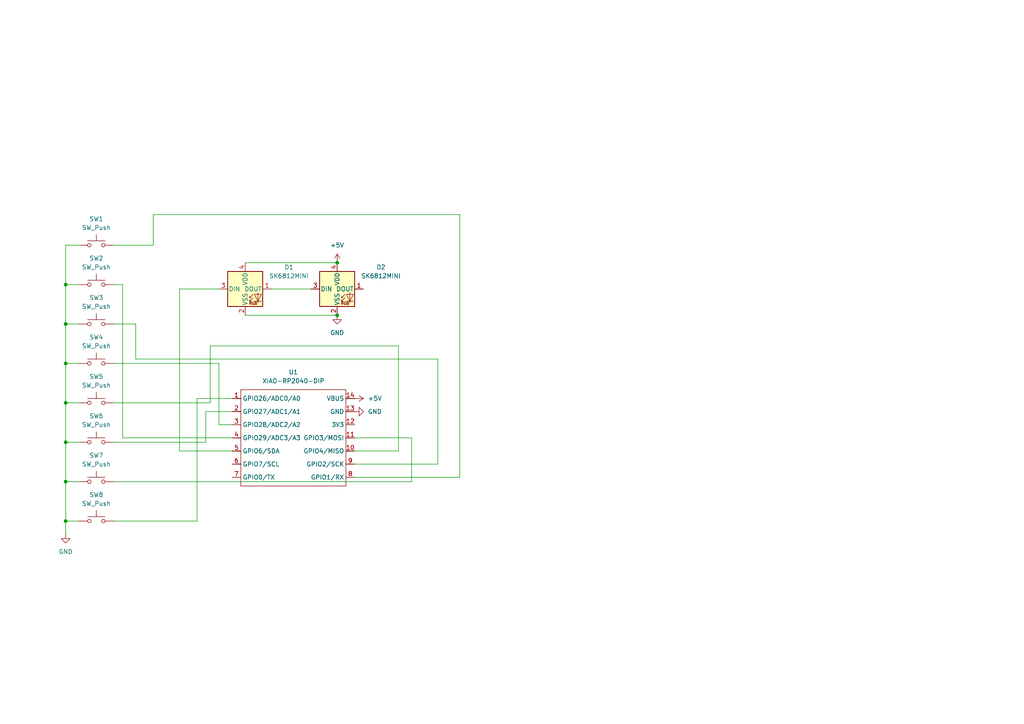
<source format=kicad_sch>
(kicad_sch (version 20231120) (generator "eeschema") (generator_version "8.0")
  (paper "A4")
  (lib_symbols
    (symbol "LED:SK6812MINI" (pin_names (offset 0.254))
      (property "Reference" "D" (at 5.08 5.715 0))
      (property "Value" "SK6812MINI" (at 1.27 -5.715 0))
      (symbol "SK6812MINI_0_0"
        (text "RGB" (at 2.286 -4.191 0) (effects (font (size 0.762 0.762))))
      )
      (symbol "SK6812MINI_0_1"
        (polyline (pts (xy 1.27 -3.556) (xy 1.778 -3.556)))
        (polyline (pts (xy 1.27 -2.54) (xy 1.778 -2.54)))
        (polyline (pts (xy 4.699 -3.556) (xy 2.667 -3.556)))
        (polyline (pts (xy 2.286 -2.54) (xy 1.27 -3.556) (xy 1.27 -3.048)))
        (polyline (pts (xy 2.286 -1.524) (xy 1.27 -2.54) (xy 1.27 -2.032)))
        (polyline (pts (xy 3.683 -1.016) (xy 3.683 -3.556) (xy 3.683 -4.064)))
        (polyline (pts (xy 4.699 -1.524) (xy 2.667 -1.524) (xy 3.683 -3.556) (xy 4.699 -1.524)))
        (rectangle (start 5.08 5.08) (end -5.08 -5.08) (stroke (width 0.254)) (fill (type background)))
      )
      (symbol "SK6812MINI_1_1"
        (pin output line (at 7.62 0 180) (length 2.54) (name "DOUT") (number "1"))
        (pin power_in line (at 0 -7.62 90) (length 2.54) (name "VSS") (number "2"))
        (pin input line (at -7.62 0 0) (length 2.54) (name "DIN") (number "3"))
        (pin power_in line (at 0 7.62 270) (length 2.54) (name "VDD") (number "4"))
      )
    )
    (symbol "OPL:XIAO-RP2040-DIP"
      (property "Reference" "U" (at 0 0 0))
      (property "Value" "XIAO-RP2040-DIP" (at 5.334 -1.778 0))
      (symbol "XIAO-RP2040-DIP_1_0"
        (polyline (pts (xy -1.27 -30.48) (xy -1.27 -16.51)) (stroke (width 0.1524)))
        (polyline (pts (xy -1.27 -27.94) (xy -2.54 -27.94)) (stroke (width 0.1524)))
        (polyline (pts (xy -1.27 -24.13) (xy -2.54 -24.13)) (stroke (width 0.1524)))
        (polyline (pts (xy -1.27 -20.32) (xy -2.54 -20.32)) (stroke (width 0.1524)))
        (polyline (pts (xy -1.27 -16.51) (xy -2.54 -16.51)) (stroke (width 0.1524)))
        (polyline (pts (xy -1.27 -16.51) (xy -1.27 -12.7)) (stroke (width 0.1524)))
        (polyline (pts (xy -1.27 -12.7) (xy -2.54 -12.7)) (stroke (width 0.1524)))
        (polyline (pts (xy -1.27 -12.7) (xy -1.27 -8.89)) (stroke (width 0.1524)))
        (polyline (pts (xy -1.27 -8.89) (xy -2.54 -8.89)) (stroke (width 0.1524)))
        (polyline (pts (xy -1.27 -8.89) (xy -1.27 -5.08)) (stroke (width 0.1524)))
        (polyline (pts (xy -1.27 -5.08) (xy -2.54 -5.08)) (stroke (width 0.1524)))
        (polyline (pts (xy -1.27 -5.08) (xy -1.27 -2.54)) (stroke (width 0.1524)))
        (polyline (pts (xy -1.27 -2.54) (xy 29.21 -2.54)) (stroke (width 0.1524)))
        (polyline (pts (xy 29.21 -30.48) (xy -1.27 -30.48)) (stroke (width 0.1524)))
        (polyline (pts (xy 29.21 -12.7) (xy 29.21 -30.48)) (stroke (width 0.1524)))
        (polyline (pts (xy 29.21 -8.89) (xy 29.21 -12.7)) (stroke (width 0.1524)))
        (polyline (pts (xy 29.21 -5.08) (xy 29.21 -8.89)) (stroke (width 0.1524)))
        (polyline (pts (xy 29.21 -2.54) (xy 29.21 -5.08)) (stroke (width 0.1524)))
        (polyline (pts (xy 30.48 -27.94) (xy 29.21 -27.94)) (stroke (width 0.1524)))
        (polyline (pts (xy 30.48 -24.13) (xy 29.21 -24.13)) (stroke (width 0.1524)))
        (polyline (pts (xy 30.48 -20.32) (xy 29.21 -20.32)) (stroke (width 0.1524)))
        (polyline (pts (xy 30.48 -16.51) (xy 29.21 -16.51)) (stroke (width 0.1524)))
        (polyline (pts (xy 30.48 -12.7) (xy 29.21 -12.7)) (stroke (width 0.1524)))
        (polyline (pts (xy 30.48 -8.89) (xy 29.21 -8.89)) (stroke (width 0.1524)))
        (polyline (pts (xy 30.48 -5.08) (xy 29.21 -5.08)) (stroke (width 0.1524)))
        (pin passive line (at -3.81 -5.08 0) (length 2.54) (name "GPIO26/ADC0/A0") (number "1"))
        (pin passive line (at 31.75 -20.32 180) (length 2.54) (name "GPIO4/MISO") (number "10"))
        (pin passive line (at 31.75 -16.51 180) (length 2.54) (name "GPIO3/MOSI") (number "11"))
        (pin passive line (at 31.75 -12.7 180) (length 2.54) (name "3V3") (number "12"))
        (pin passive line (at 31.75 -8.89 180) (length 2.54) (name "GND") (number "13"))
        (pin passive line (at 31.75 -5.08 180) (length 2.54) (name "VBUS") (number "14"))
        (pin passive line (at -3.81 -8.89 0) (length 2.54) (name "GPIO27/ADC1/A1") (number "2"))
        (pin passive line (at -3.81 -12.7 0) (length 2.54) (name "GPIO28/ADC2/A2") (number "3"))
        (pin passive line (at -3.81 -16.51 0) (length 2.54) (name "GPIO29/ADC3/A3") (number "4"))
        (pin passive line (at -3.81 -20.32 0) (length 2.54) (name "GPIO6/SDA") (number "5"))
        (pin passive line (at -3.81 -24.13 0) (length 2.54) (name "GPIO7/SCL") (number "6"))
        (pin passive line (at -3.81 -27.94 0) (length 2.54) (name "GPIO0/TX") (number "7"))
        (pin passive line (at 31.75 -27.94 180) (length 2.54) (name "GPIO1/RX") (number "8"))
        (pin passive line (at 31.75 -24.13 180) (length 2.54) (name "GPIO2/SCK") (number "9"))
      )
    )
    (symbol "Switch:SW_Push" (pin_numbers hide) (pin_names (offset 1.016) hide)
      (property "Reference" "SW" (at 1.27 2.54 0))
      (property "Value" "SW_Push" (at 0 -1.524 0))
      (symbol "SW_Push_0_1"
        (circle (center -2.032 0) (radius 0.508))
        (polyline (pts (xy 0 1.27) (xy 0 3.048)))
        (polyline (pts (xy 2.54 1.27) (xy -2.54 1.27)))
        (circle (center 2.032 0) (radius 0.508))
        (pin passive line (at -5.08 0 0) (length 2.54) (name "1") (number "1"))
        (pin passive line (at 5.08 0 180) (length 2.54) (name "2") (number "2"))
      )
    )
    (symbol "power:+5V" (power) (pin_numbers hide) (pin_names (offset 0) hide)
      (property "Value" "+5V" (at 0 3.556 0))
      (symbol "+5V_0_1"
        (polyline (pts (xy -0.762 1.27) (xy 0 2.54)))
        (polyline (pts (xy 0 0) (xy 0 2.54)))
        (polyline (pts (xy 0 2.54) (xy 0.762 1.27)))
      )
      (symbol "+5V_1_1"
        (pin power_in line (at 0 0 90) (length 0) (name "~") (number "1"))
      )
    )
    (symbol "power:GND" (power) (pin_numbers hide) (pin_names (offset 0) hide)
      (property "Value" "GND" (at 0 -3.81 0))
      (symbol "GND_0_1"
        (polyline (pts (xy 0 0) (xy 0 -1.27) (xy 1.27 -1.27) (xy 0 -2.54) (xy -1.27 -1.27) (xy 0 -1.27)))
      )
      (symbol "GND_1_1"
        (pin power_in line (at 0 0 270) (length 0) (name "~") (number "1"))
      )
    )
  )
  (junction (at 19.05 93.98))
  (junction (at 19.05 151.13))
  (junction (at 19.05 139.7))
  (junction (at 19.05 116.84))
  (junction (at 97.79 76.2))
  (junction (at 19.05 82.55))
  (junction (at 97.79 91.44))
  (junction (at 19.05 128.27))
  (junction (at 19.05 105.41))
  (wire (pts (xy 67.31 130.81) (xy 52.07 130.81)))
  (wire (pts (xy 127 104.14) (xy 39.37 104.14)))
  (wire (pts (xy 44.45 71.12) (xy 33.02 71.12)))
  (wire (pts (xy 44.45 62.23) (xy 44.45 71.12)))
  (wire (pts (xy 115.57 100.33) (xy 115.57 130.81)))
  (wire (pts (xy 57.15 115.57) (xy 67.31 115.57)))
  (wire (pts (xy 133.35 138.43) (xy 133.35 62.23)))
  (wire (pts (xy 102.87 127) (xy 119.38 127)))
  (wire (pts (xy 19.05 105.41) (xy 19.05 93.98)))
  (wire (pts (xy 60.96 116.84) (xy 60.96 100.33)))
  (wire (pts (xy 71.12 76.2) (xy 97.79 76.2)))
  (wire (pts (xy 63.5 105.41) (xy 63.5 123.19)))
  (wire (pts (xy 102.87 134.62) (xy 127 134.62)))
  (wire (pts (xy 71.12 91.44) (xy 97.79 91.44)))
  (wire (pts (xy 60.96 100.33) (xy 115.57 100.33)))
  (wire (pts (xy 19.05 71.12) (xy 22.86 71.12)))
  (wire (pts (xy 19.05 151.13) (xy 19.05 139.7)))
  (wire (pts (xy 63.5 123.19) (xy 67.31 123.19)))
  (wire (pts (xy 59.69 119.38) (xy 67.31 119.38)))
  (wire (pts (xy 19.05 93.98) (xy 22.86 93.98)))
  (wire (pts (xy 19.05 82.55) (xy 22.86 82.55)))
  (wire (pts (xy 19.05 128.27) (xy 19.05 116.84)))
  (wire (pts (xy 115.57 130.81) (xy 102.87 130.81)))
  (wire (pts (xy 33.02 82.55) (xy 35.56 82.55)))
  (wire (pts (xy 102.87 138.43) (xy 133.35 138.43)))
  (wire (pts (xy 133.35 62.23) (xy 44.45 62.23)))
  (wire (pts (xy 39.37 93.98) (xy 33.02 93.98)))
  (wire (pts (xy 35.56 127) (xy 67.31 127)))
  (wire (pts (xy 19.05 105.41) (xy 22.86 105.41)))
  (wire (pts (xy 33.02 116.84) (xy 60.96 116.84)))
  (wire (pts (xy 78.74 83.82) (xy 90.17 83.82)))
  (wire (pts (xy 57.15 151.13) (xy 57.15 115.57)))
  (wire (pts (xy 19.05 93.98) (xy 19.05 82.55)))
  (wire (pts (xy 119.38 139.7) (xy 33.02 139.7)))
  (wire (pts (xy 19.05 116.84) (xy 19.05 105.41)))
  (wire (pts (xy 33.02 105.41) (xy 63.5 105.41)))
  (wire (pts (xy 33.02 128.27) (xy 59.69 128.27)))
  (wire (pts (xy 52.07 130.81) (xy 52.07 83.82)))
  (wire (pts (xy 35.56 82.55) (xy 35.56 127)))
  (wire (pts (xy 19.05 154.94) (xy 19.05 151.13)))
  (wire (pts (xy 127 134.62) (xy 127 104.14)))
  (wire (pts (xy 19.05 139.7) (xy 19.05 128.27)))
  (wire (pts (xy 19.05 82.55) (xy 19.05 71.12)))
  (wire (pts (xy 19.05 116.84) (xy 22.86 116.84)))
  (wire (pts (xy 19.05 139.7) (xy 22.86 139.7)))
  (wire (pts (xy 39.37 104.14) (xy 39.37 93.98)))
  (wire (pts (xy 19.05 151.13) (xy 22.86 151.13)))
  (wire (pts (xy 19.05 128.27) (xy 22.86 128.27)))
  (wire (pts (xy 119.38 127) (xy 119.38 139.7)))
  (wire (pts (xy 33.02 151.13) (xy 57.15 151.13)))
  (wire (pts (xy 59.69 128.27) (xy 59.69 119.38)))
  (wire (pts (xy 52.07 83.82) (xy 63.5 83.82)))
  (symbol (lib_id "Switch:SW_Push") (at 27.94 151.13 0) (unit 1)
    (property "Reference" "SW8" (at 27.94 143.51 0))
    (property "Value" "SW_Push" (at 27.94 146.05 0))
    (property "Footprint" "Button_Switch_Keyboard:SW_Cherry_MX_1.00u_PCB" (effects (hide yes)))
    (property "Description" "Push button switch, generic, two pins" (effects (hide yes)))
  )
  (symbol (lib_id "power:+5V") (at 102.87 115.57 270) (unit 1)
    (property "Reference" "#PWR04" (effects (hide yes)))
    (property "Value" "+5V" (at 106.68 115.5699 90) (effects (justify left)))
    (property "Description" "Power symbol creates a global label with name \"+5V\"" (effects (hide yes)))
  )
  (symbol (lib_id "power:GND") (at 102.87 119.38 90) (unit 1)
    (property "Reference" "#PWR03" (effects (hide yes)))
    (property "Value" "GND" (at 106.68 119.3799 90) (effects (justify right)))
    (property "Description" "Power symbol creates a global label with name \"GND\" , ground" (effects (hide yes)))
  )
  (symbol (lib_id "Switch:SW_Push") (at 27.94 128.27 0) (unit 1)
    (property "Reference" "SW6" (at 27.94 120.65 0))
    (property "Value" "SW_Push" (at 27.94 123.19 0))
    (property "Footprint" "Button_Switch_Keyboard:SW_Cherry_MX_1.00u_PCB" (effects (hide yes)))
    (property "Description" "Push button switch, generic, two pins" (effects (hide yes)))
  )
  (symbol (lib_id "Switch:SW_Push") (at 27.94 105.41 0) (unit 1)
    (property "Reference" "SW4" (at 27.94 97.79 0))
    (property "Value" "SW_Push" (at 27.94 100.33 0))
    (property "Footprint" "Button_Switch_Keyboard:SW_Cherry_MX_1.00u_PCB" (effects (hide yes)))
    (property "Description" "Push button switch, generic, two pins" (effects (hide yes)))
  )
  (symbol (lib_id "power:+5V") (at 97.79 76.2 0) (unit 1)
    (property "Reference" "#PWR05" (effects (hide yes)))
    (property "Value" "+5V" (at 97.79 71.12 0))
    (property "Description" "Power symbol creates a global label with name \"+5V\"" (effects (hide yes)))
  )
  (symbol (lib_id "Switch:SW_Push") (at 27.94 82.55 0) (unit 1)
    (property "Reference" "SW2" (at 27.94 74.93 0))
    (property "Value" "SW_Push" (at 27.94 77.47 0))
    (property "Footprint" "Button_Switch_Keyboard:SW_Cherry_MX_1.00u_PCB" (effects (hide yes)))
    (property "Description" "Push button switch, generic, two pins" (effects (hide yes)))
  )
  (symbol (lib_id "Switch:SW_Push") (at 27.94 116.84 0) (unit 1)
    (property "Reference" "SW5" (at 27.94 109.22 0))
    (property "Value" "SW_Push" (at 27.94 111.76 0))
    (property "Footprint" "Button_Switch_Keyboard:SW_Cherry_MX_1.00u_PCB" (effects (hide yes)))
    (property "Description" "Push button switch, generic, two pins" (effects (hide yes)))
  )
  (symbol (lib_id "Switch:SW_Push") (at 27.94 71.12 0) (unit 1)
    (property "Reference" "SW1" (at 27.94 63.5 0))
    (property "Value" "SW_Push" (at 27.94 66.04 0))
    (property "Footprint" "Button_Switch_Keyboard:SW_Cherry_MX_1.00u_PCB" (effects (hide yes)))
    (property "Description" "Push button switch, generic, two pins" (effects (hide yes)))
  )
  (symbol (lib_id "OPL:XIAO-RP2040-DIP") (at 71.12 110.49 0) (unit 1)
    (property "Reference" "U1" (at 85.09 107.95 0))
    (property "Value" "XIAO-RP2040-DIP" (at 85.09 110.49 0))
    (property "Footprint" "OPL:XIAO-RP2350-DIP" (effects (hide yes)))
  )
  (symbol (lib_id "Switch:SW_Push") (at 27.94 139.7 0) (unit 1)
    (property "Reference" "SW7" (at 27.94 132.08 0))
    (property "Value" "SW_Push" (at 27.94 134.62 0))
    (property "Footprint" "Button_Switch_Keyboard:SW_Cherry_MX_1.00u_PCB" (effects (hide yes)))
    (property "Description" "Push button switch, generic, two pins" (effects (hide yes)))
  )
  (symbol (lib_id "Switch:SW_Push") (at 27.94 93.98 0) (unit 1)
    (property "Reference" "SW3" (at 27.94 86.36 0))
    (property "Value" "SW_Push" (at 27.94 88.9 0))
    (property "Footprint" "Button_Switch_Keyboard:SW_Cherry_MX_1.00u_PCB" (effects (hide yes)))
    (property "Description" "Push button switch, generic, two pins" (effects (hide yes)))
  )
  (symbol (lib_id "power:GND") (at 19.05 154.94 0) (unit 1)
    (property "Reference" "#PWR01" (effects (hide yes)))
    (property "Value" "GND" (at 19.05 160.02 0))
    (property "Description" "Power symbol creates a global label with name \"GND\" , ground" (effects (hide yes)))
  )
  (symbol (lib_id "power:GND") (at 97.79 91.44 0) (unit 1)
    (property "Reference" "#PWR02" (effects (hide yes)))
    (property "Value" "GND" (at 97.79 96.52 0))
    (property "Description" "Power symbol creates a global label with name \"GND\" , ground" (effects (hide yes)))
  )
  (symbol (lib_id "LED:SK6812MINI") (at 97.79 83.82 0) (unit 1)
    (property "Reference" "D2" (at 110.49 77.5014 0))
    (property "Value" "SK6812MINI" (at 110.49 80.0414 0))
    (property "Footprint" "LED_SMD:LED_SK6812MINI_PLCC4_3.5x3.5mm_P1.75mm" (effects (hide yes)))
    (property "Datasheet" "https://cdn-shop.adafruit.com/product-files/2686/SK6812MINI_REV.01-1-2.pdf" (effects (hide yes)))
    (property "Description" "RGB LED with integrated controller" (effects (hide yes)))
  )
  (symbol (lib_id "LED:SK6812MINI") (at 71.12 83.82 0) (unit 1)
    (property "Reference" "D1" (at 83.82 77.5014 0))
    (property "Value" "SK6812MINI" (at 83.82 80.0414 0))
    (property "Footprint" "LED_SMD:LED_SK6812MINI_PLCC4_3.5x3.5mm_P1.75mm" (effects (hide yes)))
    (property "Datasheet" "https://cdn-shop.adafruit.com/product-files/2686/SK6812MINI_REV.01-1-2.pdf" (effects (hide yes)))
    (property "Description" "RGB LED with integrated controller" (effects (hide yes)))
  )
)
</source>
